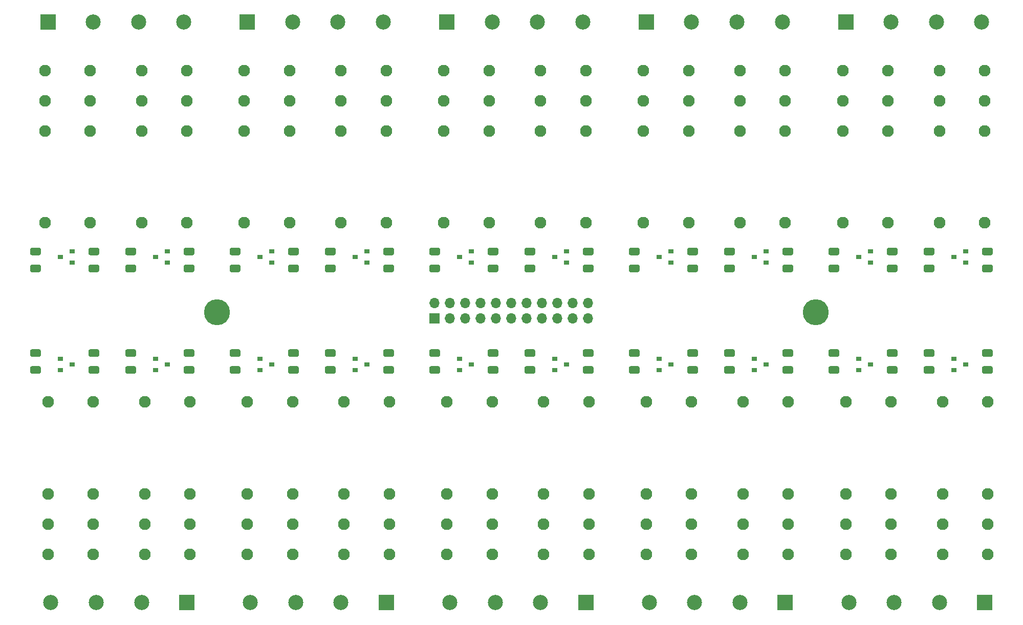
<source format=gbr>
%TF.GenerationSoftware,KiCad,Pcbnew,(5.1.6)-1*%
%TF.CreationDate,2020-09-13T22:12:52+02:00*%
%TF.ProjectId,boneIO - relay board,626f6e65-494f-4202-9d20-72656c617920,rev?*%
%TF.SameCoordinates,Original*%
%TF.FileFunction,Soldermask,Top*%
%TF.FilePolarity,Negative*%
%FSLAX46Y46*%
G04 Gerber Fmt 4.6, Leading zero omitted, Abs format (unit mm)*
G04 Created by KiCad (PCBNEW (5.1.6)-1) date 2020-09-13 22:12:53*
%MOMM*%
%LPD*%
G01*
G04 APERTURE LIST*
%ADD10R,0.900000X0.800000*%
%ADD11C,1.950000*%
%ADD12R,1.700000X1.700000*%
%ADD13O,1.700000X1.700000*%
%ADD14R,2.500000X2.500000*%
%ADD15C,2.500000*%
%ADD16C,4.300000*%
G04 APERTURE END LIST*
D10*
%TO.C,Q13*%
X330200000Y-305532000D03*
X332200000Y-304582000D03*
X332200000Y-306482000D03*
%TD*%
D11*
%TO.C,K1*%
X302640000Y-329508000D03*
X295140000Y-329508000D03*
X302640000Y-354708000D03*
X302640000Y-344708000D03*
X302640000Y-349708000D03*
X295140000Y-354708000D03*
X295140000Y-344708000D03*
X295140000Y-349708000D03*
%TD*%
%TO.C,K5*%
X368640000Y-329508000D03*
X361140000Y-329508000D03*
X368640000Y-354708000D03*
X368640000Y-344708000D03*
X368640000Y-349708000D03*
X361140000Y-354708000D03*
X361140000Y-344708000D03*
X361140000Y-349708000D03*
%TD*%
%TO.C,K2*%
X311140000Y-349708000D03*
X311140000Y-344708000D03*
X311140000Y-354708000D03*
X318640000Y-349708000D03*
X318640000Y-344708000D03*
X318640000Y-354708000D03*
X311140000Y-329508000D03*
X318640000Y-329508000D03*
%TD*%
%TO.C,K3*%
X335640000Y-329508000D03*
X328140000Y-329508000D03*
X335640000Y-354708000D03*
X335640000Y-344708000D03*
X335640000Y-349708000D03*
X328140000Y-354708000D03*
X328140000Y-344708000D03*
X328140000Y-349708000D03*
%TD*%
%TO.C,K4*%
X351640000Y-329508000D03*
X344140000Y-329508000D03*
X351640000Y-354708000D03*
X351640000Y-344708000D03*
X351640000Y-349708000D03*
X344140000Y-354708000D03*
X344140000Y-344708000D03*
X344140000Y-349708000D03*
%TD*%
%TO.C,K6*%
X384640000Y-329508000D03*
X377140000Y-329508000D03*
X384640000Y-354708000D03*
X384640000Y-344708000D03*
X384640000Y-349708000D03*
X377140000Y-354708000D03*
X377140000Y-344708000D03*
X377140000Y-349708000D03*
%TD*%
%TO.C,K7*%
X394140000Y-349708000D03*
X394140000Y-344708000D03*
X394140000Y-354708000D03*
X401640000Y-349708000D03*
X401640000Y-344708000D03*
X401640000Y-354708000D03*
X394140000Y-329508000D03*
X401640000Y-329508000D03*
%TD*%
%TO.C,K8*%
X410140000Y-349708000D03*
X410140000Y-344708000D03*
X410140000Y-354708000D03*
X417640000Y-349708000D03*
X417640000Y-344708000D03*
X417640000Y-354708000D03*
X410140000Y-329508000D03*
X417640000Y-329508000D03*
%TD*%
%TO.C,K10*%
X443140000Y-349708000D03*
X443140000Y-344708000D03*
X443140000Y-354708000D03*
X450640000Y-349708000D03*
X450640000Y-344708000D03*
X450640000Y-354708000D03*
X443140000Y-329508000D03*
X450640000Y-329508000D03*
%TD*%
%TO.C,K9*%
X427140000Y-349708000D03*
X427140000Y-344708000D03*
X427140000Y-354708000D03*
X434640000Y-349708000D03*
X434640000Y-344708000D03*
X434640000Y-354708000D03*
X427140000Y-329508000D03*
X434640000Y-329508000D03*
%TD*%
%TO.C,K19*%
X426640000Y-299908000D03*
X434140000Y-299908000D03*
X426640000Y-274708000D03*
X426640000Y-284708000D03*
X426640000Y-279708000D03*
X434140000Y-274708000D03*
X434140000Y-284708000D03*
X434140000Y-279708000D03*
%TD*%
%TO.C,K13*%
X327640000Y-299908000D03*
X335140000Y-299908000D03*
X327640000Y-274708000D03*
X327640000Y-284708000D03*
X327640000Y-279708000D03*
X335140000Y-274708000D03*
X335140000Y-284708000D03*
X335140000Y-279708000D03*
%TD*%
%TO.C,D1*%
G36*
G01*
X303377000Y-322061000D02*
X302127000Y-322061000D01*
G75*
G02*
X301877000Y-321811000I0J250000D01*
G01*
X301877000Y-321061000D01*
G75*
G02*
X302127000Y-320811000I250000J0D01*
G01*
X303377000Y-320811000D01*
G75*
G02*
X303627000Y-321061000I0J-250000D01*
G01*
X303627000Y-321811000D01*
G75*
G02*
X303377000Y-322061000I-250000J0D01*
G01*
G37*
G36*
G01*
X303377000Y-324861000D02*
X302127000Y-324861000D01*
G75*
G02*
X301877000Y-324611000I0J250000D01*
G01*
X301877000Y-323861000D01*
G75*
G02*
X302127000Y-323611000I250000J0D01*
G01*
X303377000Y-323611000D01*
G75*
G02*
X303627000Y-323861000I0J-250000D01*
G01*
X303627000Y-324611000D01*
G75*
G02*
X303377000Y-324861000I-250000J0D01*
G01*
G37*
%TD*%
%TO.C,D2*%
G36*
G01*
X319125000Y-324861000D02*
X317875000Y-324861000D01*
G75*
G02*
X317625000Y-324611000I0J250000D01*
G01*
X317625000Y-323861000D01*
G75*
G02*
X317875000Y-323611000I250000J0D01*
G01*
X319125000Y-323611000D01*
G75*
G02*
X319375000Y-323861000I0J-250000D01*
G01*
X319375000Y-324611000D01*
G75*
G02*
X319125000Y-324861000I-250000J0D01*
G01*
G37*
G36*
G01*
X319125000Y-322061000D02*
X317875000Y-322061000D01*
G75*
G02*
X317625000Y-321811000I0J250000D01*
G01*
X317625000Y-321061000D01*
G75*
G02*
X317875000Y-320811000I250000J0D01*
G01*
X319125000Y-320811000D01*
G75*
G02*
X319375000Y-321061000I0J-250000D01*
G01*
X319375000Y-321811000D01*
G75*
G02*
X319125000Y-322061000I-250000J0D01*
G01*
G37*
%TD*%
%TO.C,D3*%
G36*
G01*
X336397000Y-322061000D02*
X335147000Y-322061000D01*
G75*
G02*
X334897000Y-321811000I0J250000D01*
G01*
X334897000Y-321061000D01*
G75*
G02*
X335147000Y-320811000I250000J0D01*
G01*
X336397000Y-320811000D01*
G75*
G02*
X336647000Y-321061000I0J-250000D01*
G01*
X336647000Y-321811000D01*
G75*
G02*
X336397000Y-322061000I-250000J0D01*
G01*
G37*
G36*
G01*
X336397000Y-324861000D02*
X335147000Y-324861000D01*
G75*
G02*
X334897000Y-324611000I0J250000D01*
G01*
X334897000Y-323861000D01*
G75*
G02*
X335147000Y-323611000I250000J0D01*
G01*
X336397000Y-323611000D01*
G75*
G02*
X336647000Y-323861000I0J-250000D01*
G01*
X336647000Y-324611000D01*
G75*
G02*
X336397000Y-324861000I-250000J0D01*
G01*
G37*
%TD*%
%TO.C,D4*%
G36*
G01*
X352145000Y-322061000D02*
X350895000Y-322061000D01*
G75*
G02*
X350645000Y-321811000I0J250000D01*
G01*
X350645000Y-321061000D01*
G75*
G02*
X350895000Y-320811000I250000J0D01*
G01*
X352145000Y-320811000D01*
G75*
G02*
X352395000Y-321061000I0J-250000D01*
G01*
X352395000Y-321811000D01*
G75*
G02*
X352145000Y-322061000I-250000J0D01*
G01*
G37*
G36*
G01*
X352145000Y-324861000D02*
X350895000Y-324861000D01*
G75*
G02*
X350645000Y-324611000I0J250000D01*
G01*
X350645000Y-323861000D01*
G75*
G02*
X350895000Y-323611000I250000J0D01*
G01*
X352145000Y-323611000D01*
G75*
G02*
X352395000Y-323861000I0J-250000D01*
G01*
X352395000Y-324611000D01*
G75*
G02*
X352145000Y-324861000I-250000J0D01*
G01*
G37*
%TD*%
%TO.C,D5*%
G36*
G01*
X369417000Y-324861000D02*
X368167000Y-324861000D01*
G75*
G02*
X367917000Y-324611000I0J250000D01*
G01*
X367917000Y-323861000D01*
G75*
G02*
X368167000Y-323611000I250000J0D01*
G01*
X369417000Y-323611000D01*
G75*
G02*
X369667000Y-323861000I0J-250000D01*
G01*
X369667000Y-324611000D01*
G75*
G02*
X369417000Y-324861000I-250000J0D01*
G01*
G37*
G36*
G01*
X369417000Y-322061000D02*
X368167000Y-322061000D01*
G75*
G02*
X367917000Y-321811000I0J250000D01*
G01*
X367917000Y-321061000D01*
G75*
G02*
X368167000Y-320811000I250000J0D01*
G01*
X369417000Y-320811000D01*
G75*
G02*
X369667000Y-321061000I0J-250000D01*
G01*
X369667000Y-321811000D01*
G75*
G02*
X369417000Y-322061000I-250000J0D01*
G01*
G37*
%TD*%
%TO.C,D6*%
G36*
G01*
X385165000Y-322061000D02*
X383915000Y-322061000D01*
G75*
G02*
X383665000Y-321811000I0J250000D01*
G01*
X383665000Y-321061000D01*
G75*
G02*
X383915000Y-320811000I250000J0D01*
G01*
X385165000Y-320811000D01*
G75*
G02*
X385415000Y-321061000I0J-250000D01*
G01*
X385415000Y-321811000D01*
G75*
G02*
X385165000Y-322061000I-250000J0D01*
G01*
G37*
G36*
G01*
X385165000Y-324861000D02*
X383915000Y-324861000D01*
G75*
G02*
X383665000Y-324611000I0J250000D01*
G01*
X383665000Y-323861000D01*
G75*
G02*
X383915000Y-323611000I250000J0D01*
G01*
X385165000Y-323611000D01*
G75*
G02*
X385415000Y-323861000I0J-250000D01*
G01*
X385415000Y-324611000D01*
G75*
G02*
X385165000Y-324861000I-250000J0D01*
G01*
G37*
%TD*%
%TO.C,D7*%
G36*
G01*
X402437000Y-322061000D02*
X401187000Y-322061000D01*
G75*
G02*
X400937000Y-321811000I0J250000D01*
G01*
X400937000Y-321061000D01*
G75*
G02*
X401187000Y-320811000I250000J0D01*
G01*
X402437000Y-320811000D01*
G75*
G02*
X402687000Y-321061000I0J-250000D01*
G01*
X402687000Y-321811000D01*
G75*
G02*
X402437000Y-322061000I-250000J0D01*
G01*
G37*
G36*
G01*
X402437000Y-324861000D02*
X401187000Y-324861000D01*
G75*
G02*
X400937000Y-324611000I0J250000D01*
G01*
X400937000Y-323861000D01*
G75*
G02*
X401187000Y-323611000I250000J0D01*
G01*
X402437000Y-323611000D01*
G75*
G02*
X402687000Y-323861000I0J-250000D01*
G01*
X402687000Y-324611000D01*
G75*
G02*
X402437000Y-324861000I-250000J0D01*
G01*
G37*
%TD*%
%TO.C,D8*%
G36*
G01*
X418185000Y-324861000D02*
X416935000Y-324861000D01*
G75*
G02*
X416685000Y-324611000I0J250000D01*
G01*
X416685000Y-323861000D01*
G75*
G02*
X416935000Y-323611000I250000J0D01*
G01*
X418185000Y-323611000D01*
G75*
G02*
X418435000Y-323861000I0J-250000D01*
G01*
X418435000Y-324611000D01*
G75*
G02*
X418185000Y-324861000I-250000J0D01*
G01*
G37*
G36*
G01*
X418185000Y-322061000D02*
X416935000Y-322061000D01*
G75*
G02*
X416685000Y-321811000I0J250000D01*
G01*
X416685000Y-321061000D01*
G75*
G02*
X416935000Y-320811000I250000J0D01*
G01*
X418185000Y-320811000D01*
G75*
G02*
X418435000Y-321061000I0J-250000D01*
G01*
X418435000Y-321811000D01*
G75*
G02*
X418185000Y-322061000I-250000J0D01*
G01*
G37*
%TD*%
%TO.C,D9*%
G36*
G01*
X435457000Y-322061000D02*
X434207000Y-322061000D01*
G75*
G02*
X433957000Y-321811000I0J250000D01*
G01*
X433957000Y-321061000D01*
G75*
G02*
X434207000Y-320811000I250000J0D01*
G01*
X435457000Y-320811000D01*
G75*
G02*
X435707000Y-321061000I0J-250000D01*
G01*
X435707000Y-321811000D01*
G75*
G02*
X435457000Y-322061000I-250000J0D01*
G01*
G37*
G36*
G01*
X435457000Y-324861000D02*
X434207000Y-324861000D01*
G75*
G02*
X433957000Y-324611000I0J250000D01*
G01*
X433957000Y-323861000D01*
G75*
G02*
X434207000Y-323611000I250000J0D01*
G01*
X435457000Y-323611000D01*
G75*
G02*
X435707000Y-323861000I0J-250000D01*
G01*
X435707000Y-324611000D01*
G75*
G02*
X435457000Y-324861000I-250000J0D01*
G01*
G37*
%TD*%
%TO.C,D10*%
G36*
G01*
X451205000Y-322061000D02*
X449955000Y-322061000D01*
G75*
G02*
X449705000Y-321811000I0J250000D01*
G01*
X449705000Y-321061000D01*
G75*
G02*
X449955000Y-320811000I250000J0D01*
G01*
X451205000Y-320811000D01*
G75*
G02*
X451455000Y-321061000I0J-250000D01*
G01*
X451455000Y-321811000D01*
G75*
G02*
X451205000Y-322061000I-250000J0D01*
G01*
G37*
G36*
G01*
X451205000Y-324861000D02*
X449955000Y-324861000D01*
G75*
G02*
X449705000Y-324611000I0J250000D01*
G01*
X449705000Y-323861000D01*
G75*
G02*
X449955000Y-323611000I250000J0D01*
G01*
X451205000Y-323611000D01*
G75*
G02*
X451455000Y-323861000I0J-250000D01*
G01*
X451455000Y-324611000D01*
G75*
G02*
X451205000Y-324861000I-250000J0D01*
G01*
G37*
%TD*%
%TO.C,D11*%
G36*
G01*
X292475000Y-304015000D02*
X293725000Y-304015000D01*
G75*
G02*
X293975000Y-304265000I0J-250000D01*
G01*
X293975000Y-305015000D01*
G75*
G02*
X293725000Y-305265000I-250000J0D01*
G01*
X292475000Y-305265000D01*
G75*
G02*
X292225000Y-305015000I0J250000D01*
G01*
X292225000Y-304265000D01*
G75*
G02*
X292475000Y-304015000I250000J0D01*
G01*
G37*
G36*
G01*
X292475000Y-306815000D02*
X293725000Y-306815000D01*
G75*
G02*
X293975000Y-307065000I0J-250000D01*
G01*
X293975000Y-307815000D01*
G75*
G02*
X293725000Y-308065000I-250000J0D01*
G01*
X292475000Y-308065000D01*
G75*
G02*
X292225000Y-307815000I0J250000D01*
G01*
X292225000Y-307065000D01*
G75*
G02*
X292475000Y-306815000I250000J0D01*
G01*
G37*
%TD*%
%TO.C,D12*%
G36*
G01*
X308223000Y-304015000D02*
X309473000Y-304015000D01*
G75*
G02*
X309723000Y-304265000I0J-250000D01*
G01*
X309723000Y-305015000D01*
G75*
G02*
X309473000Y-305265000I-250000J0D01*
G01*
X308223000Y-305265000D01*
G75*
G02*
X307973000Y-305015000I0J250000D01*
G01*
X307973000Y-304265000D01*
G75*
G02*
X308223000Y-304015000I250000J0D01*
G01*
G37*
G36*
G01*
X308223000Y-306815000D02*
X309473000Y-306815000D01*
G75*
G02*
X309723000Y-307065000I0J-250000D01*
G01*
X309723000Y-307815000D01*
G75*
G02*
X309473000Y-308065000I-250000J0D01*
G01*
X308223000Y-308065000D01*
G75*
G02*
X307973000Y-307815000I0J250000D01*
G01*
X307973000Y-307065000D01*
G75*
G02*
X308223000Y-306815000I250000J0D01*
G01*
G37*
%TD*%
%TO.C,D13*%
G36*
G01*
X325495000Y-304015000D02*
X326745000Y-304015000D01*
G75*
G02*
X326995000Y-304265000I0J-250000D01*
G01*
X326995000Y-305015000D01*
G75*
G02*
X326745000Y-305265000I-250000J0D01*
G01*
X325495000Y-305265000D01*
G75*
G02*
X325245000Y-305015000I0J250000D01*
G01*
X325245000Y-304265000D01*
G75*
G02*
X325495000Y-304015000I250000J0D01*
G01*
G37*
G36*
G01*
X325495000Y-306815000D02*
X326745000Y-306815000D01*
G75*
G02*
X326995000Y-307065000I0J-250000D01*
G01*
X326995000Y-307815000D01*
G75*
G02*
X326745000Y-308065000I-250000J0D01*
G01*
X325495000Y-308065000D01*
G75*
G02*
X325245000Y-307815000I0J250000D01*
G01*
X325245000Y-307065000D01*
G75*
G02*
X325495000Y-306815000I250000J0D01*
G01*
G37*
%TD*%
%TO.C,D14*%
G36*
G01*
X341243000Y-304015000D02*
X342493000Y-304015000D01*
G75*
G02*
X342743000Y-304265000I0J-250000D01*
G01*
X342743000Y-305015000D01*
G75*
G02*
X342493000Y-305265000I-250000J0D01*
G01*
X341243000Y-305265000D01*
G75*
G02*
X340993000Y-305015000I0J250000D01*
G01*
X340993000Y-304265000D01*
G75*
G02*
X341243000Y-304015000I250000J0D01*
G01*
G37*
G36*
G01*
X341243000Y-306815000D02*
X342493000Y-306815000D01*
G75*
G02*
X342743000Y-307065000I0J-250000D01*
G01*
X342743000Y-307815000D01*
G75*
G02*
X342493000Y-308065000I-250000J0D01*
G01*
X341243000Y-308065000D01*
G75*
G02*
X340993000Y-307815000I0J250000D01*
G01*
X340993000Y-307065000D01*
G75*
G02*
X341243000Y-306815000I250000J0D01*
G01*
G37*
%TD*%
%TO.C,D15*%
G36*
G01*
X358515000Y-304015000D02*
X359765000Y-304015000D01*
G75*
G02*
X360015000Y-304265000I0J-250000D01*
G01*
X360015000Y-305015000D01*
G75*
G02*
X359765000Y-305265000I-250000J0D01*
G01*
X358515000Y-305265000D01*
G75*
G02*
X358265000Y-305015000I0J250000D01*
G01*
X358265000Y-304265000D01*
G75*
G02*
X358515000Y-304015000I250000J0D01*
G01*
G37*
G36*
G01*
X358515000Y-306815000D02*
X359765000Y-306815000D01*
G75*
G02*
X360015000Y-307065000I0J-250000D01*
G01*
X360015000Y-307815000D01*
G75*
G02*
X359765000Y-308065000I-250000J0D01*
G01*
X358515000Y-308065000D01*
G75*
G02*
X358265000Y-307815000I0J250000D01*
G01*
X358265000Y-307065000D01*
G75*
G02*
X358515000Y-306815000I250000J0D01*
G01*
G37*
%TD*%
%TO.C,D16*%
G36*
G01*
X374263000Y-304015000D02*
X375513000Y-304015000D01*
G75*
G02*
X375763000Y-304265000I0J-250000D01*
G01*
X375763000Y-305015000D01*
G75*
G02*
X375513000Y-305265000I-250000J0D01*
G01*
X374263000Y-305265000D01*
G75*
G02*
X374013000Y-305015000I0J250000D01*
G01*
X374013000Y-304265000D01*
G75*
G02*
X374263000Y-304015000I250000J0D01*
G01*
G37*
G36*
G01*
X374263000Y-306815000D02*
X375513000Y-306815000D01*
G75*
G02*
X375763000Y-307065000I0J-250000D01*
G01*
X375763000Y-307815000D01*
G75*
G02*
X375513000Y-308065000I-250000J0D01*
G01*
X374263000Y-308065000D01*
G75*
G02*
X374013000Y-307815000I0J250000D01*
G01*
X374013000Y-307065000D01*
G75*
G02*
X374263000Y-306815000I250000J0D01*
G01*
G37*
%TD*%
%TO.C,D17*%
G36*
G01*
X391535000Y-306815000D02*
X392785000Y-306815000D01*
G75*
G02*
X393035000Y-307065000I0J-250000D01*
G01*
X393035000Y-307815000D01*
G75*
G02*
X392785000Y-308065000I-250000J0D01*
G01*
X391535000Y-308065000D01*
G75*
G02*
X391285000Y-307815000I0J250000D01*
G01*
X391285000Y-307065000D01*
G75*
G02*
X391535000Y-306815000I250000J0D01*
G01*
G37*
G36*
G01*
X391535000Y-304015000D02*
X392785000Y-304015000D01*
G75*
G02*
X393035000Y-304265000I0J-250000D01*
G01*
X393035000Y-305015000D01*
G75*
G02*
X392785000Y-305265000I-250000J0D01*
G01*
X391535000Y-305265000D01*
G75*
G02*
X391285000Y-305015000I0J250000D01*
G01*
X391285000Y-304265000D01*
G75*
G02*
X391535000Y-304015000I250000J0D01*
G01*
G37*
%TD*%
%TO.C,D18*%
G36*
G01*
X407283000Y-306815000D02*
X408533000Y-306815000D01*
G75*
G02*
X408783000Y-307065000I0J-250000D01*
G01*
X408783000Y-307815000D01*
G75*
G02*
X408533000Y-308065000I-250000J0D01*
G01*
X407283000Y-308065000D01*
G75*
G02*
X407033000Y-307815000I0J250000D01*
G01*
X407033000Y-307065000D01*
G75*
G02*
X407283000Y-306815000I250000J0D01*
G01*
G37*
G36*
G01*
X407283000Y-304015000D02*
X408533000Y-304015000D01*
G75*
G02*
X408783000Y-304265000I0J-250000D01*
G01*
X408783000Y-305015000D01*
G75*
G02*
X408533000Y-305265000I-250000J0D01*
G01*
X407283000Y-305265000D01*
G75*
G02*
X407033000Y-305015000I0J250000D01*
G01*
X407033000Y-304265000D01*
G75*
G02*
X407283000Y-304015000I250000J0D01*
G01*
G37*
%TD*%
%TO.C,D19*%
G36*
G01*
X424555000Y-306815000D02*
X425805000Y-306815000D01*
G75*
G02*
X426055000Y-307065000I0J-250000D01*
G01*
X426055000Y-307815000D01*
G75*
G02*
X425805000Y-308065000I-250000J0D01*
G01*
X424555000Y-308065000D01*
G75*
G02*
X424305000Y-307815000I0J250000D01*
G01*
X424305000Y-307065000D01*
G75*
G02*
X424555000Y-306815000I250000J0D01*
G01*
G37*
G36*
G01*
X424555000Y-304015000D02*
X425805000Y-304015000D01*
G75*
G02*
X426055000Y-304265000I0J-250000D01*
G01*
X426055000Y-305015000D01*
G75*
G02*
X425805000Y-305265000I-250000J0D01*
G01*
X424555000Y-305265000D01*
G75*
G02*
X424305000Y-305015000I0J250000D01*
G01*
X424305000Y-304265000D01*
G75*
G02*
X424555000Y-304015000I250000J0D01*
G01*
G37*
%TD*%
%TO.C,D20*%
G36*
G01*
X440303000Y-304015000D02*
X441553000Y-304015000D01*
G75*
G02*
X441803000Y-304265000I0J-250000D01*
G01*
X441803000Y-305015000D01*
G75*
G02*
X441553000Y-305265000I-250000J0D01*
G01*
X440303000Y-305265000D01*
G75*
G02*
X440053000Y-305015000I0J250000D01*
G01*
X440053000Y-304265000D01*
G75*
G02*
X440303000Y-304015000I250000J0D01*
G01*
G37*
G36*
G01*
X440303000Y-306815000D02*
X441553000Y-306815000D01*
G75*
G02*
X441803000Y-307065000I0J-250000D01*
G01*
X441803000Y-307815000D01*
G75*
G02*
X441553000Y-308065000I-250000J0D01*
G01*
X440303000Y-308065000D01*
G75*
G02*
X440053000Y-307815000I0J250000D01*
G01*
X440053000Y-307065000D01*
G75*
G02*
X440303000Y-306815000I250000J0D01*
G01*
G37*
%TD*%
D12*
%TO.C,J6*%
X359140000Y-315708000D03*
D13*
X359140000Y-313168000D03*
X361680000Y-315708000D03*
X361680000Y-313168000D03*
X364220000Y-315708000D03*
X364220000Y-313168000D03*
X366760000Y-315708000D03*
X366760000Y-313168000D03*
X369300000Y-315708000D03*
X369300000Y-313168000D03*
X371840000Y-315708000D03*
X371840000Y-313168000D03*
X374380000Y-315708000D03*
X374380000Y-313168000D03*
X376920000Y-315708000D03*
X376920000Y-313168000D03*
X379460000Y-315708000D03*
X379460000Y-313168000D03*
X382000000Y-315708000D03*
X382000000Y-313168000D03*
X384540000Y-315708000D03*
X384540000Y-313168000D03*
%TD*%
D11*
%TO.C,K11*%
X302140000Y-279708000D03*
X302140000Y-284708000D03*
X302140000Y-274708000D03*
X294640000Y-279708000D03*
X294640000Y-284708000D03*
X294640000Y-274708000D03*
X302140000Y-299908000D03*
X294640000Y-299908000D03*
%TD*%
%TO.C,K12*%
X318140000Y-279708000D03*
X318140000Y-284708000D03*
X318140000Y-274708000D03*
X310640000Y-279708000D03*
X310640000Y-284708000D03*
X310640000Y-274708000D03*
X318140000Y-299908000D03*
X310640000Y-299908000D03*
%TD*%
%TO.C,K14*%
X343640000Y-299908000D03*
X351140000Y-299908000D03*
X343640000Y-274708000D03*
X343640000Y-284708000D03*
X343640000Y-279708000D03*
X351140000Y-274708000D03*
X351140000Y-284708000D03*
X351140000Y-279708000D03*
%TD*%
%TO.C,K15*%
X368140000Y-279708000D03*
X368140000Y-284708000D03*
X368140000Y-274708000D03*
X360640000Y-279708000D03*
X360640000Y-284708000D03*
X360640000Y-274708000D03*
X368140000Y-299908000D03*
X360640000Y-299908000D03*
%TD*%
%TO.C,K16*%
X384140000Y-279708000D03*
X384140000Y-284708000D03*
X384140000Y-274708000D03*
X376640000Y-279708000D03*
X376640000Y-284708000D03*
X376640000Y-274708000D03*
X384140000Y-299908000D03*
X376640000Y-299908000D03*
%TD*%
%TO.C,K17*%
X401140000Y-279708000D03*
X401140000Y-284708000D03*
X401140000Y-274708000D03*
X393640000Y-279708000D03*
X393640000Y-284708000D03*
X393640000Y-274708000D03*
X401140000Y-299908000D03*
X393640000Y-299908000D03*
%TD*%
%TO.C,K18*%
X409640000Y-299908000D03*
X417140000Y-299908000D03*
X409640000Y-274708000D03*
X409640000Y-284708000D03*
X409640000Y-279708000D03*
X417140000Y-274708000D03*
X417140000Y-284708000D03*
X417140000Y-279708000D03*
%TD*%
%TO.C,K20*%
X442640000Y-299908000D03*
X450140000Y-299908000D03*
X442640000Y-274708000D03*
X442640000Y-284708000D03*
X442640000Y-279708000D03*
X450140000Y-274708000D03*
X450140000Y-284708000D03*
X450140000Y-279708000D03*
%TD*%
D10*
%TO.C,Q1*%
X299180000Y-323344000D03*
X297180000Y-324294000D03*
X297180000Y-322394000D03*
%TD*%
%TO.C,Q2*%
X312928000Y-322394000D03*
X312928000Y-324294000D03*
X314928000Y-323344000D03*
%TD*%
%TO.C,Q3*%
X330200000Y-322394000D03*
X330200000Y-324294000D03*
X332200000Y-323344000D03*
%TD*%
%TO.C,Q4*%
X345948000Y-322394000D03*
X345948000Y-324294000D03*
X347948000Y-323344000D03*
%TD*%
%TO.C,Q5*%
X363220000Y-322394000D03*
X363220000Y-324294000D03*
X365220000Y-323344000D03*
%TD*%
%TO.C,Q6*%
X378968000Y-322394000D03*
X378968000Y-324294000D03*
X380968000Y-323344000D03*
%TD*%
%TO.C,Q7*%
X398240000Y-323344000D03*
X396240000Y-324294000D03*
X396240000Y-322394000D03*
%TD*%
%TO.C,Q8*%
X411988000Y-322394000D03*
X411988000Y-324294000D03*
X413988000Y-323344000D03*
%TD*%
%TO.C,Q9*%
X429260000Y-322394000D03*
X429260000Y-324294000D03*
X431260000Y-323344000D03*
%TD*%
%TO.C,Q10*%
X445008000Y-322394000D03*
X445008000Y-324294000D03*
X447008000Y-323344000D03*
%TD*%
%TO.C,Q11*%
X297180000Y-305532000D03*
X299180000Y-304582000D03*
X299180000Y-306482000D03*
%TD*%
%TO.C,Q12*%
X312928000Y-305532000D03*
X314928000Y-304582000D03*
X314928000Y-306482000D03*
%TD*%
%TO.C,Q14*%
X345948000Y-305532000D03*
X347948000Y-304582000D03*
X347948000Y-306482000D03*
%TD*%
%TO.C,Q15*%
X363220000Y-305532000D03*
X365220000Y-304582000D03*
X365220000Y-306482000D03*
%TD*%
%TO.C,Q16*%
X380968000Y-306482000D03*
X380968000Y-304582000D03*
X378968000Y-305532000D03*
%TD*%
%TO.C,Q17*%
X396240000Y-305532000D03*
X398240000Y-304582000D03*
X398240000Y-306482000D03*
%TD*%
%TO.C,Q18*%
X411988000Y-305532000D03*
X413988000Y-304582000D03*
X413988000Y-306482000D03*
%TD*%
%TO.C,Q19*%
X429260000Y-305532000D03*
X431260000Y-304582000D03*
X431260000Y-306482000D03*
%TD*%
%TO.C,Q20*%
X447008000Y-306482000D03*
X447008000Y-304582000D03*
X445008000Y-305532000D03*
%TD*%
%TO.C,R1*%
G36*
G01*
X293725000Y-324861000D02*
X292475000Y-324861000D01*
G75*
G02*
X292225000Y-324611000I0J250000D01*
G01*
X292225000Y-323861000D01*
G75*
G02*
X292475000Y-323611000I250000J0D01*
G01*
X293725000Y-323611000D01*
G75*
G02*
X293975000Y-323861000I0J-250000D01*
G01*
X293975000Y-324611000D01*
G75*
G02*
X293725000Y-324861000I-250000J0D01*
G01*
G37*
G36*
G01*
X293725000Y-322061000D02*
X292475000Y-322061000D01*
G75*
G02*
X292225000Y-321811000I0J250000D01*
G01*
X292225000Y-321061000D01*
G75*
G02*
X292475000Y-320811000I250000J0D01*
G01*
X293725000Y-320811000D01*
G75*
G02*
X293975000Y-321061000I0J-250000D01*
G01*
X293975000Y-321811000D01*
G75*
G02*
X293725000Y-322061000I-250000J0D01*
G01*
G37*
%TD*%
%TO.C,R2*%
G36*
G01*
X309473000Y-324861000D02*
X308223000Y-324861000D01*
G75*
G02*
X307973000Y-324611000I0J250000D01*
G01*
X307973000Y-323861000D01*
G75*
G02*
X308223000Y-323611000I250000J0D01*
G01*
X309473000Y-323611000D01*
G75*
G02*
X309723000Y-323861000I0J-250000D01*
G01*
X309723000Y-324611000D01*
G75*
G02*
X309473000Y-324861000I-250000J0D01*
G01*
G37*
G36*
G01*
X309473000Y-322061000D02*
X308223000Y-322061000D01*
G75*
G02*
X307973000Y-321811000I0J250000D01*
G01*
X307973000Y-321061000D01*
G75*
G02*
X308223000Y-320811000I250000J0D01*
G01*
X309473000Y-320811000D01*
G75*
G02*
X309723000Y-321061000I0J-250000D01*
G01*
X309723000Y-321811000D01*
G75*
G02*
X309473000Y-322061000I-250000J0D01*
G01*
G37*
%TD*%
%TO.C,R3*%
G36*
G01*
X326745000Y-324861000D02*
X325495000Y-324861000D01*
G75*
G02*
X325245000Y-324611000I0J250000D01*
G01*
X325245000Y-323861000D01*
G75*
G02*
X325495000Y-323611000I250000J0D01*
G01*
X326745000Y-323611000D01*
G75*
G02*
X326995000Y-323861000I0J-250000D01*
G01*
X326995000Y-324611000D01*
G75*
G02*
X326745000Y-324861000I-250000J0D01*
G01*
G37*
G36*
G01*
X326745000Y-322061000D02*
X325495000Y-322061000D01*
G75*
G02*
X325245000Y-321811000I0J250000D01*
G01*
X325245000Y-321061000D01*
G75*
G02*
X325495000Y-320811000I250000J0D01*
G01*
X326745000Y-320811000D01*
G75*
G02*
X326995000Y-321061000I0J-250000D01*
G01*
X326995000Y-321811000D01*
G75*
G02*
X326745000Y-322061000I-250000J0D01*
G01*
G37*
%TD*%
%TO.C,R4*%
G36*
G01*
X342493000Y-322061000D02*
X341243000Y-322061000D01*
G75*
G02*
X340993000Y-321811000I0J250000D01*
G01*
X340993000Y-321061000D01*
G75*
G02*
X341243000Y-320811000I250000J0D01*
G01*
X342493000Y-320811000D01*
G75*
G02*
X342743000Y-321061000I0J-250000D01*
G01*
X342743000Y-321811000D01*
G75*
G02*
X342493000Y-322061000I-250000J0D01*
G01*
G37*
G36*
G01*
X342493000Y-324861000D02*
X341243000Y-324861000D01*
G75*
G02*
X340993000Y-324611000I0J250000D01*
G01*
X340993000Y-323861000D01*
G75*
G02*
X341243000Y-323611000I250000J0D01*
G01*
X342493000Y-323611000D01*
G75*
G02*
X342743000Y-323861000I0J-250000D01*
G01*
X342743000Y-324611000D01*
G75*
G02*
X342493000Y-324861000I-250000J0D01*
G01*
G37*
%TD*%
%TO.C,R5*%
G36*
G01*
X359765000Y-322061000D02*
X358515000Y-322061000D01*
G75*
G02*
X358265000Y-321811000I0J250000D01*
G01*
X358265000Y-321061000D01*
G75*
G02*
X358515000Y-320811000I250000J0D01*
G01*
X359765000Y-320811000D01*
G75*
G02*
X360015000Y-321061000I0J-250000D01*
G01*
X360015000Y-321811000D01*
G75*
G02*
X359765000Y-322061000I-250000J0D01*
G01*
G37*
G36*
G01*
X359765000Y-324861000D02*
X358515000Y-324861000D01*
G75*
G02*
X358265000Y-324611000I0J250000D01*
G01*
X358265000Y-323861000D01*
G75*
G02*
X358515000Y-323611000I250000J0D01*
G01*
X359765000Y-323611000D01*
G75*
G02*
X360015000Y-323861000I0J-250000D01*
G01*
X360015000Y-324611000D01*
G75*
G02*
X359765000Y-324861000I-250000J0D01*
G01*
G37*
%TD*%
%TO.C,R6*%
G36*
G01*
X375513000Y-324861000D02*
X374263000Y-324861000D01*
G75*
G02*
X374013000Y-324611000I0J250000D01*
G01*
X374013000Y-323861000D01*
G75*
G02*
X374263000Y-323611000I250000J0D01*
G01*
X375513000Y-323611000D01*
G75*
G02*
X375763000Y-323861000I0J-250000D01*
G01*
X375763000Y-324611000D01*
G75*
G02*
X375513000Y-324861000I-250000J0D01*
G01*
G37*
G36*
G01*
X375513000Y-322061000D02*
X374263000Y-322061000D01*
G75*
G02*
X374013000Y-321811000I0J250000D01*
G01*
X374013000Y-321061000D01*
G75*
G02*
X374263000Y-320811000I250000J0D01*
G01*
X375513000Y-320811000D01*
G75*
G02*
X375763000Y-321061000I0J-250000D01*
G01*
X375763000Y-321811000D01*
G75*
G02*
X375513000Y-322061000I-250000J0D01*
G01*
G37*
%TD*%
%TO.C,R7*%
G36*
G01*
X392785000Y-322061000D02*
X391535000Y-322061000D01*
G75*
G02*
X391285000Y-321811000I0J250000D01*
G01*
X391285000Y-321061000D01*
G75*
G02*
X391535000Y-320811000I250000J0D01*
G01*
X392785000Y-320811000D01*
G75*
G02*
X393035000Y-321061000I0J-250000D01*
G01*
X393035000Y-321811000D01*
G75*
G02*
X392785000Y-322061000I-250000J0D01*
G01*
G37*
G36*
G01*
X392785000Y-324861000D02*
X391535000Y-324861000D01*
G75*
G02*
X391285000Y-324611000I0J250000D01*
G01*
X391285000Y-323861000D01*
G75*
G02*
X391535000Y-323611000I250000J0D01*
G01*
X392785000Y-323611000D01*
G75*
G02*
X393035000Y-323861000I0J-250000D01*
G01*
X393035000Y-324611000D01*
G75*
G02*
X392785000Y-324861000I-250000J0D01*
G01*
G37*
%TD*%
%TO.C,R8*%
G36*
G01*
X408533000Y-324861000D02*
X407283000Y-324861000D01*
G75*
G02*
X407033000Y-324611000I0J250000D01*
G01*
X407033000Y-323861000D01*
G75*
G02*
X407283000Y-323611000I250000J0D01*
G01*
X408533000Y-323611000D01*
G75*
G02*
X408783000Y-323861000I0J-250000D01*
G01*
X408783000Y-324611000D01*
G75*
G02*
X408533000Y-324861000I-250000J0D01*
G01*
G37*
G36*
G01*
X408533000Y-322061000D02*
X407283000Y-322061000D01*
G75*
G02*
X407033000Y-321811000I0J250000D01*
G01*
X407033000Y-321061000D01*
G75*
G02*
X407283000Y-320811000I250000J0D01*
G01*
X408533000Y-320811000D01*
G75*
G02*
X408783000Y-321061000I0J-250000D01*
G01*
X408783000Y-321811000D01*
G75*
G02*
X408533000Y-322061000I-250000J0D01*
G01*
G37*
%TD*%
%TO.C,R9*%
G36*
G01*
X425805000Y-322061000D02*
X424555000Y-322061000D01*
G75*
G02*
X424305000Y-321811000I0J250000D01*
G01*
X424305000Y-321061000D01*
G75*
G02*
X424555000Y-320811000I250000J0D01*
G01*
X425805000Y-320811000D01*
G75*
G02*
X426055000Y-321061000I0J-250000D01*
G01*
X426055000Y-321811000D01*
G75*
G02*
X425805000Y-322061000I-250000J0D01*
G01*
G37*
G36*
G01*
X425805000Y-324861000D02*
X424555000Y-324861000D01*
G75*
G02*
X424305000Y-324611000I0J250000D01*
G01*
X424305000Y-323861000D01*
G75*
G02*
X424555000Y-323611000I250000J0D01*
G01*
X425805000Y-323611000D01*
G75*
G02*
X426055000Y-323861000I0J-250000D01*
G01*
X426055000Y-324611000D01*
G75*
G02*
X425805000Y-324861000I-250000J0D01*
G01*
G37*
%TD*%
%TO.C,R10*%
G36*
G01*
X441553000Y-324861000D02*
X440303000Y-324861000D01*
G75*
G02*
X440053000Y-324611000I0J250000D01*
G01*
X440053000Y-323861000D01*
G75*
G02*
X440303000Y-323611000I250000J0D01*
G01*
X441553000Y-323611000D01*
G75*
G02*
X441803000Y-323861000I0J-250000D01*
G01*
X441803000Y-324611000D01*
G75*
G02*
X441553000Y-324861000I-250000J0D01*
G01*
G37*
G36*
G01*
X441553000Y-322061000D02*
X440303000Y-322061000D01*
G75*
G02*
X440053000Y-321811000I0J250000D01*
G01*
X440053000Y-321061000D01*
G75*
G02*
X440303000Y-320811000I250000J0D01*
G01*
X441553000Y-320811000D01*
G75*
G02*
X441803000Y-321061000I0J-250000D01*
G01*
X441803000Y-321811000D01*
G75*
G02*
X441553000Y-322061000I-250000J0D01*
G01*
G37*
%TD*%
%TO.C,R11*%
G36*
G01*
X302127000Y-306815000D02*
X303377000Y-306815000D01*
G75*
G02*
X303627000Y-307065000I0J-250000D01*
G01*
X303627000Y-307815000D01*
G75*
G02*
X303377000Y-308065000I-250000J0D01*
G01*
X302127000Y-308065000D01*
G75*
G02*
X301877000Y-307815000I0J250000D01*
G01*
X301877000Y-307065000D01*
G75*
G02*
X302127000Y-306815000I250000J0D01*
G01*
G37*
G36*
G01*
X302127000Y-304015000D02*
X303377000Y-304015000D01*
G75*
G02*
X303627000Y-304265000I0J-250000D01*
G01*
X303627000Y-305015000D01*
G75*
G02*
X303377000Y-305265000I-250000J0D01*
G01*
X302127000Y-305265000D01*
G75*
G02*
X301877000Y-305015000I0J250000D01*
G01*
X301877000Y-304265000D01*
G75*
G02*
X302127000Y-304015000I250000J0D01*
G01*
G37*
%TD*%
%TO.C,R12*%
G36*
G01*
X317875000Y-306815000D02*
X319125000Y-306815000D01*
G75*
G02*
X319375000Y-307065000I0J-250000D01*
G01*
X319375000Y-307815000D01*
G75*
G02*
X319125000Y-308065000I-250000J0D01*
G01*
X317875000Y-308065000D01*
G75*
G02*
X317625000Y-307815000I0J250000D01*
G01*
X317625000Y-307065000D01*
G75*
G02*
X317875000Y-306815000I250000J0D01*
G01*
G37*
G36*
G01*
X317875000Y-304015000D02*
X319125000Y-304015000D01*
G75*
G02*
X319375000Y-304265000I0J-250000D01*
G01*
X319375000Y-305015000D01*
G75*
G02*
X319125000Y-305265000I-250000J0D01*
G01*
X317875000Y-305265000D01*
G75*
G02*
X317625000Y-305015000I0J250000D01*
G01*
X317625000Y-304265000D01*
G75*
G02*
X317875000Y-304015000I250000J0D01*
G01*
G37*
%TD*%
%TO.C,R13*%
G36*
G01*
X335147000Y-304015000D02*
X336397000Y-304015000D01*
G75*
G02*
X336647000Y-304265000I0J-250000D01*
G01*
X336647000Y-305015000D01*
G75*
G02*
X336397000Y-305265000I-250000J0D01*
G01*
X335147000Y-305265000D01*
G75*
G02*
X334897000Y-305015000I0J250000D01*
G01*
X334897000Y-304265000D01*
G75*
G02*
X335147000Y-304015000I250000J0D01*
G01*
G37*
G36*
G01*
X335147000Y-306815000D02*
X336397000Y-306815000D01*
G75*
G02*
X336647000Y-307065000I0J-250000D01*
G01*
X336647000Y-307815000D01*
G75*
G02*
X336397000Y-308065000I-250000J0D01*
G01*
X335147000Y-308065000D01*
G75*
G02*
X334897000Y-307815000I0J250000D01*
G01*
X334897000Y-307065000D01*
G75*
G02*
X335147000Y-306815000I250000J0D01*
G01*
G37*
%TD*%
%TO.C,R14*%
G36*
G01*
X350895000Y-304015000D02*
X352145000Y-304015000D01*
G75*
G02*
X352395000Y-304265000I0J-250000D01*
G01*
X352395000Y-305015000D01*
G75*
G02*
X352145000Y-305265000I-250000J0D01*
G01*
X350895000Y-305265000D01*
G75*
G02*
X350645000Y-305015000I0J250000D01*
G01*
X350645000Y-304265000D01*
G75*
G02*
X350895000Y-304015000I250000J0D01*
G01*
G37*
G36*
G01*
X350895000Y-306815000D02*
X352145000Y-306815000D01*
G75*
G02*
X352395000Y-307065000I0J-250000D01*
G01*
X352395000Y-307815000D01*
G75*
G02*
X352145000Y-308065000I-250000J0D01*
G01*
X350895000Y-308065000D01*
G75*
G02*
X350645000Y-307815000I0J250000D01*
G01*
X350645000Y-307065000D01*
G75*
G02*
X350895000Y-306815000I250000J0D01*
G01*
G37*
%TD*%
%TO.C,R15*%
G36*
G01*
X368167000Y-306815000D02*
X369417000Y-306815000D01*
G75*
G02*
X369667000Y-307065000I0J-250000D01*
G01*
X369667000Y-307815000D01*
G75*
G02*
X369417000Y-308065000I-250000J0D01*
G01*
X368167000Y-308065000D01*
G75*
G02*
X367917000Y-307815000I0J250000D01*
G01*
X367917000Y-307065000D01*
G75*
G02*
X368167000Y-306815000I250000J0D01*
G01*
G37*
G36*
G01*
X368167000Y-304015000D02*
X369417000Y-304015000D01*
G75*
G02*
X369667000Y-304265000I0J-250000D01*
G01*
X369667000Y-305015000D01*
G75*
G02*
X369417000Y-305265000I-250000J0D01*
G01*
X368167000Y-305265000D01*
G75*
G02*
X367917000Y-305015000I0J250000D01*
G01*
X367917000Y-304265000D01*
G75*
G02*
X368167000Y-304015000I250000J0D01*
G01*
G37*
%TD*%
%TO.C,R16*%
G36*
G01*
X383915000Y-306815000D02*
X385165000Y-306815000D01*
G75*
G02*
X385415000Y-307065000I0J-250000D01*
G01*
X385415000Y-307815000D01*
G75*
G02*
X385165000Y-308065000I-250000J0D01*
G01*
X383915000Y-308065000D01*
G75*
G02*
X383665000Y-307815000I0J250000D01*
G01*
X383665000Y-307065000D01*
G75*
G02*
X383915000Y-306815000I250000J0D01*
G01*
G37*
G36*
G01*
X383915000Y-304015000D02*
X385165000Y-304015000D01*
G75*
G02*
X385415000Y-304265000I0J-250000D01*
G01*
X385415000Y-305015000D01*
G75*
G02*
X385165000Y-305265000I-250000J0D01*
G01*
X383915000Y-305265000D01*
G75*
G02*
X383665000Y-305015000I0J250000D01*
G01*
X383665000Y-304265000D01*
G75*
G02*
X383915000Y-304015000I250000J0D01*
G01*
G37*
%TD*%
%TO.C,R17*%
G36*
G01*
X401187000Y-304015000D02*
X402437000Y-304015000D01*
G75*
G02*
X402687000Y-304265000I0J-250000D01*
G01*
X402687000Y-305015000D01*
G75*
G02*
X402437000Y-305265000I-250000J0D01*
G01*
X401187000Y-305265000D01*
G75*
G02*
X400937000Y-305015000I0J250000D01*
G01*
X400937000Y-304265000D01*
G75*
G02*
X401187000Y-304015000I250000J0D01*
G01*
G37*
G36*
G01*
X401187000Y-306815000D02*
X402437000Y-306815000D01*
G75*
G02*
X402687000Y-307065000I0J-250000D01*
G01*
X402687000Y-307815000D01*
G75*
G02*
X402437000Y-308065000I-250000J0D01*
G01*
X401187000Y-308065000D01*
G75*
G02*
X400937000Y-307815000I0J250000D01*
G01*
X400937000Y-307065000D01*
G75*
G02*
X401187000Y-306815000I250000J0D01*
G01*
G37*
%TD*%
%TO.C,R18*%
G36*
G01*
X416935000Y-304015000D02*
X418185000Y-304015000D01*
G75*
G02*
X418435000Y-304265000I0J-250000D01*
G01*
X418435000Y-305015000D01*
G75*
G02*
X418185000Y-305265000I-250000J0D01*
G01*
X416935000Y-305265000D01*
G75*
G02*
X416685000Y-305015000I0J250000D01*
G01*
X416685000Y-304265000D01*
G75*
G02*
X416935000Y-304015000I250000J0D01*
G01*
G37*
G36*
G01*
X416935000Y-306815000D02*
X418185000Y-306815000D01*
G75*
G02*
X418435000Y-307065000I0J-250000D01*
G01*
X418435000Y-307815000D01*
G75*
G02*
X418185000Y-308065000I-250000J0D01*
G01*
X416935000Y-308065000D01*
G75*
G02*
X416685000Y-307815000I0J250000D01*
G01*
X416685000Y-307065000D01*
G75*
G02*
X416935000Y-306815000I250000J0D01*
G01*
G37*
%TD*%
%TO.C,R19*%
G36*
G01*
X434207000Y-306815000D02*
X435457000Y-306815000D01*
G75*
G02*
X435707000Y-307065000I0J-250000D01*
G01*
X435707000Y-307815000D01*
G75*
G02*
X435457000Y-308065000I-250000J0D01*
G01*
X434207000Y-308065000D01*
G75*
G02*
X433957000Y-307815000I0J250000D01*
G01*
X433957000Y-307065000D01*
G75*
G02*
X434207000Y-306815000I250000J0D01*
G01*
G37*
G36*
G01*
X434207000Y-304015000D02*
X435457000Y-304015000D01*
G75*
G02*
X435707000Y-304265000I0J-250000D01*
G01*
X435707000Y-305015000D01*
G75*
G02*
X435457000Y-305265000I-250000J0D01*
G01*
X434207000Y-305265000D01*
G75*
G02*
X433957000Y-305015000I0J250000D01*
G01*
X433957000Y-304265000D01*
G75*
G02*
X434207000Y-304015000I250000J0D01*
G01*
G37*
%TD*%
%TO.C,R20*%
G36*
G01*
X449955000Y-306815000D02*
X451205000Y-306815000D01*
G75*
G02*
X451455000Y-307065000I0J-250000D01*
G01*
X451455000Y-307815000D01*
G75*
G02*
X451205000Y-308065000I-250000J0D01*
G01*
X449955000Y-308065000D01*
G75*
G02*
X449705000Y-307815000I0J250000D01*
G01*
X449705000Y-307065000D01*
G75*
G02*
X449955000Y-306815000I250000J0D01*
G01*
G37*
G36*
G01*
X449955000Y-304015000D02*
X451205000Y-304015000D01*
G75*
G02*
X451455000Y-304265000I0J-250000D01*
G01*
X451455000Y-305015000D01*
G75*
G02*
X451205000Y-305265000I-250000J0D01*
G01*
X449955000Y-305265000D01*
G75*
G02*
X449705000Y-305015000I0J250000D01*
G01*
X449705000Y-304265000D01*
G75*
G02*
X449955000Y-304015000I250000J0D01*
G01*
G37*
%TD*%
D14*
%TO.C,J1*%
X318140000Y-362708000D03*
D15*
X310640000Y-362708000D03*
X303140000Y-362708000D03*
X295640000Y-362708000D03*
%TD*%
%TO.C,J2*%
X328640000Y-362708000D03*
X336140000Y-362708000D03*
X343640000Y-362708000D03*
D14*
X351140000Y-362708000D03*
%TD*%
%TO.C,J3*%
X384140000Y-362708000D03*
D15*
X376640000Y-362708000D03*
X369140000Y-362708000D03*
X361640000Y-362708000D03*
%TD*%
%TO.C,J4*%
X394640000Y-362708000D03*
X402140000Y-362708000D03*
X409640000Y-362708000D03*
D14*
X417140000Y-362708000D03*
%TD*%
%TO.C,J5*%
X450140000Y-362708000D03*
D15*
X442640000Y-362708000D03*
X435140000Y-362708000D03*
X427640000Y-362708000D03*
%TD*%
D14*
%TO.C,J10*%
X394140000Y-266708000D03*
D15*
X401640000Y-266708000D03*
X409140000Y-266708000D03*
X416640000Y-266708000D03*
%TD*%
%TO.C,J11*%
X449640000Y-266708000D03*
X442140000Y-266708000D03*
X434640000Y-266708000D03*
D14*
X427140000Y-266708000D03*
%TD*%
%TO.C,J9*%
X361140000Y-266708000D03*
D15*
X368640000Y-266708000D03*
X376140000Y-266708000D03*
X383640000Y-266708000D03*
%TD*%
%TO.C,J8*%
X350640000Y-266708000D03*
X343140000Y-266708000D03*
X335640000Y-266708000D03*
D14*
X328140000Y-266708000D03*
%TD*%
D15*
%TO.C,J7*%
X317640000Y-266708000D03*
X310140000Y-266708000D03*
X302640000Y-266708000D03*
D14*
X295140000Y-266708000D03*
%TD*%
D16*
%TO.C,H1*%
X323140000Y-314708000D03*
%TD*%
%TO.C,H2*%
X422140000Y-314708000D03*
%TD*%
M02*

</source>
